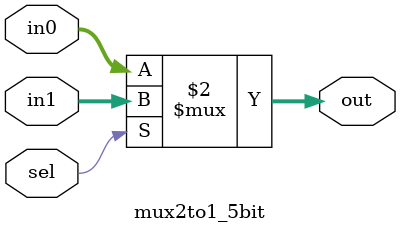
<source format=v>
`timescale 1ns / 1ps

module mux2to1_5bit(out, in0, in1, sel);

   output [4:0] out;
   reg [4:0]    out;
   input [4:0]  in0, in1;
   input        sel;
   
   always @(in0, in1, sel)
     out = sel ? in1: in0;
endmodule

</source>
